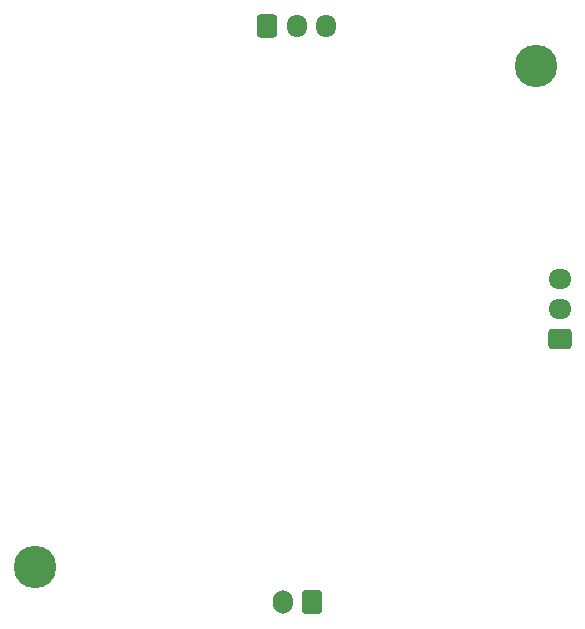
<source format=gbs>
G04 #@! TF.GenerationSoftware,KiCad,Pcbnew,7.0.7*
G04 #@! TF.CreationDate,2023-12-27T16:52:26+01:00*
G04 #@! TF.ProjectId,Roborock-CPAP,526f626f-726f-4636-9b2d-435041502e6b,rev?*
G04 #@! TF.SameCoordinates,Original*
G04 #@! TF.FileFunction,Soldermask,Bot*
G04 #@! TF.FilePolarity,Negative*
%FSLAX46Y46*%
G04 Gerber Fmt 4.6, Leading zero omitted, Abs format (unit mm)*
G04 Created by KiCad (PCBNEW 7.0.7) date 2023-12-27 16:52:26*
%MOMM*%
%LPD*%
G01*
G04 APERTURE LIST*
G04 Aperture macros list*
%AMRoundRect*
0 Rectangle with rounded corners*
0 $1 Rounding radius*
0 $2 $3 $4 $5 $6 $7 $8 $9 X,Y pos of 4 corners*
0 Add a 4 corners polygon primitive as box body*
4,1,4,$2,$3,$4,$5,$6,$7,$8,$9,$2,$3,0*
0 Add four circle primitives for the rounded corners*
1,1,$1+$1,$2,$3*
1,1,$1+$1,$4,$5*
1,1,$1+$1,$6,$7*
1,1,$1+$1,$8,$9*
0 Add four rect primitives between the rounded corners*
20,1,$1+$1,$2,$3,$4,$5,0*
20,1,$1+$1,$4,$5,$6,$7,0*
20,1,$1+$1,$6,$7,$8,$9,0*
20,1,$1+$1,$8,$9,$2,$3,0*%
G04 Aperture macros list end*
%ADD10C,3.600000*%
%ADD11RoundRect,0.250000X0.725000X-0.600000X0.725000X0.600000X-0.725000X0.600000X-0.725000X-0.600000X0*%
%ADD12O,1.950000X1.700000*%
%ADD13RoundRect,0.250000X-0.600000X-0.725000X0.600000X-0.725000X0.600000X0.725000X-0.600000X0.725000X0*%
%ADD14O,1.700000X1.950000*%
%ADD15RoundRect,0.250000X0.600000X0.750000X-0.600000X0.750000X-0.600000X-0.750000X0.600000X-0.750000X0*%
%ADD16O,1.700000X2.000000*%
G04 APERTURE END LIST*
D10*
X132836798Y-116263203D03*
D11*
X177250000Y-96950000D03*
D12*
X177250000Y-94450000D03*
X177250000Y-91950000D03*
D13*
X152500000Y-70525000D03*
D14*
X155000000Y-70525000D03*
X157500000Y-70525000D03*
D10*
X175263204Y-73836797D03*
D15*
X156300000Y-119275000D03*
D16*
X153800000Y-119275000D03*
M02*

</source>
